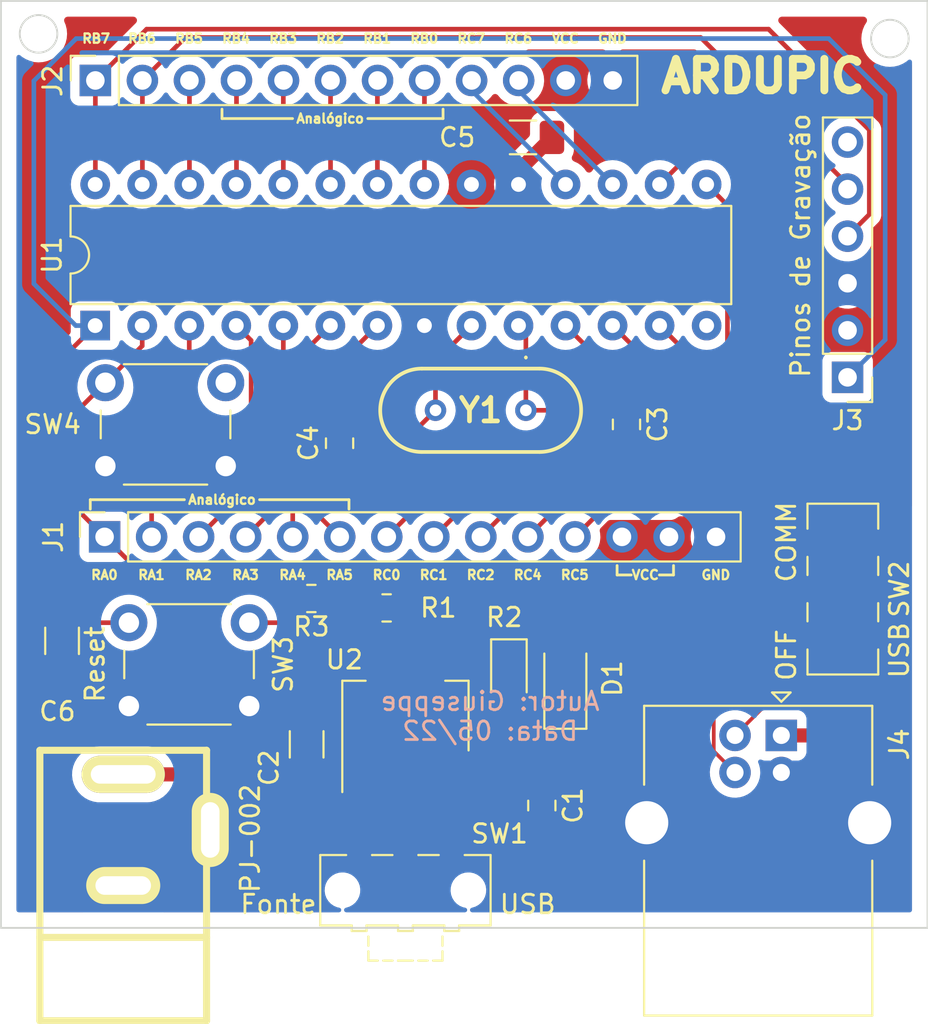
<source format=kicad_pcb>
(kicad_pcb (version 20211014) (generator pcbnew)
  (layers (0 "F.Cu" signal) (31 "B.Cu" signal) (34 "B.Paste" user) (35 "F.Paste" user) (36 "B.SilkS" user "B.Silkscreen") (37 "F.SilkS" user "F.Silkscreen") (38 "B.Mask" user) (39 "F.Mask" user) (44 "Edge.Cuts" user))
  (net 0 "")
  (net 1 "Net-(C1-Pad1)")
  (net 2 "Earth")
  (net 3 "/VCC")
  (net 4 "/RA6")
  (net 5 "/OSC1")
  (net 6 "/MCLR")
  (net 7 "Net-(CON1-Pad1)")
  (net 8 "Net-(D1-Pad2)")
  (net 9 "/RA0")
  (net 10 "/RA1")
  (net 11 "/RA2")
  (net 12 "/RA3")
  (net 13 "/RA4")
  (net 14 "/RA5")
  (net 15 "/RB0")
  (net 16 "/RB1")
  (net 17 "/RB2")
  (net 18 "/RB3")
  (net 19 "/RB4")
  (net 20 "/RC0")
  (net 21 "/RC1")
  (net 22 "/RC2")
  (net 23 "/RC4")
  (net 24 "/RC5")
  (net 25 "/RC6")
  (net 26 "/RC7")
  (net 27 "/RB5")
  (net 28 "/RB6")
  (net 29 "/RB7")
  (net 31 "/Vusb")
  (net 32 "/USBDN")
  (net 33 "/USBDP")
  (footprint "Capacitor_SMD:C_1206_3216Metric_Pad1.33x1.80mm_HandSolder" (layer "F.Cu") (at 111.76 80.01 -90)
    (fp_text reference "C6" (at 3.81 0.254 180) (layer "F.SilkS"))
    (fp_text value "100n")
    (fp_line (start -0.711252 -0.91) (end 0.711252 -0.91) (layer "F.SilkS") (width 0.12))
    (fp_line (start -0.711252 0.91) (end 0.711252 0.91) (layer "F.SilkS") (width 0.12))
    (pad "1" smd roundrect (at -1.5625 0 270) (size 1.325 1.8) (layers "F.Cu" "F.Paste" "F.Mask") (roundrect_rratio 0.188679) (net 6 "/MCLR"))
    (pad "2" smd roundrect (at 1.5625 0 270) (size 1.325 1.8) (layers "F.Cu" "F.Paste" "F.Mask") (roundrect_rratio 0.188679) (net 2 "Earth"))
  )
  (footprint "Connector_PinSocket_2.54mm:PinSocket_1x12_P2.54mm_Vertical" (layer "F.Cu") (at 113.558 49.759 90)
    (fp_text reference "J2" (at -0.025 -2.306 90) (layer "F.SilkS"))
    (fp_text value "PPTC121LFBN–RC")
    (fp_line (start -1.33 29.27) (end 1.33 29.27) (layer "F.SilkS") (width 0.12))
    (fp_line (start 0 -1.33) (end 1.33 -1.33) (layer "F.SilkS") (width 0.12))
    (fp_line (start -1.33 1.27) (end -1.33 29.27) (layer "F.SilkS") (width 0.12))
    (fp_line (start 1.33 -1.33) (end 1.33 0) (layer "F.SilkS") (width 0.12))
    (fp_line (start -1.33 1.27) (end 1.33 1.27) (layer "F.SilkS") (width 0.12))
    (fp_line (start 1.33 1.27) (end 1.33 29.27) (layer "F.SilkS") (width 0.12))
    (pad "1" thru_hole rect (at 0 0 90) (size 1.7 1.7) (drill 1) (layers *.Cu *.Mask) (net 29 "/RB7"))
    (pad "2" thru_hole oval (at 0 2.54 90) (size 1.7 1.7) (drill 1) (layers *.Cu *.Mask) (net 28 "/RB6"))
    (pad "3" thru_hole oval (at 0 5.08 90) (size 1.7 1.7) (drill 1) (layers *.Cu *.Mask) (net 27 "/RB5"))
    (pad "4" thru_hole oval (at 0 7.62 90) (size 1.7 1.7) (drill 1) (layers *.Cu *.Mask) (net 19 "/RB4"))
    (pad "5" thru_hole oval (at 0 10.16 90) (size 1.7 1.7) (drill 1) (layers *.Cu *.Mask) (net 18 "/RB3"))
    (pad "6" thru_hole oval (at 0 12.7 90) (size 1.7 1.7) (drill 1) (layers *.Cu *.Mask) (net 17 "/RB2"))
    (pad "7" thru_hole oval (at 0 15.24 90) (size 1.7 1.7) (drill 1) (layers *.Cu *.Mask) (net 16 "/RB1"))
    (pad "8" thru_hole oval (at 0 17.78 90) (size 1.7 1.7) (drill 1) (layers *.Cu *.Mask) (net 15 "/RB0"))
    (pad "9" thru_hole oval (at 0 20.32 90) (size 1.7 1.7) (drill 1) (layers *.Cu *.Mask) (net 26 "/RC7"))
    (pad "10" thru_hole oval (at 0 22.86 90) (size 1.7 1.7) (drill 1) (layers *.Cu *.Mask) (net 25 "/RC6"))
    (pad "11" thru_hole oval (at 0 25.4 90) (size 1.7 1.7) (drill 1) (layers *.Cu *.Mask) (net 3 "/VCC"))
    (pad "12" thru_hole oval (at 0 27.94 90) (size 1.7 1.7) (drill 1) (layers *.Cu *.Mask) (net 2 "Earth"))
  )
  (footprint "Connector_USB:USB_B_OST_USB-B1HSxx_Horizontal" (layer "F.Cu") (at 150.602 85.1165 -90)
    (fp_text reference "J4" (at 0.4815 -6.37 -90) (layer "F.SilkS"))
    (fp_text value "897–43–004–90–000000")
    (fp_line (start 15.12 7.41) (end 6.76 7.41) (layer "F.SilkS") (width 0.12))
    (fp_line (start -1.6 7.41) (end 2.66 7.41) (layer "F.SilkS") (width 0.12))
    (fp_line (start 15.12 -4.91) (end 15.12 7.41) (layer "F.SilkS") (width 0.12))
    (fp_line (start -2.32 -0.5) (end -2.32 0.5) (layer "F.SilkS") (width 0.12))
    (fp_line (start -1.82 0) (end -2.32 -0.5) (layer "F.SilkS") (width 0.12))
    (fp_line (start 6.76 -4.91) (end 15.12 -4.91) (layer "F.SilkS") (width 0.12))
    (fp_line (start -1.6 -4.91) (end -1.6 7.41) (layer "F.SilkS") (width 0.12))
    (fp_line (start -2.32 0.5) (end -1.82 0) (layer "F.SilkS") (width 0.12))
    (fp_line (start 2.66 -4.91) (end -1.6 -4.91) (layer "F.SilkS") (width 0.12))
    (pad "1" thru_hole rect (at 0 0 270) (size 1.7 1.7) (drill 0.92) (layers *.Cu *.Mask) (net 31 "/Vusb"))
    (pad "2" thru_hole circle (at 0 2.5 270) (size 1.7 1.7) (drill 0.92) (layers *.Cu *.Mask) (net 32 "/USBDN"))
    (pad "3" thru_hole circle (at 2 2.5 270) (size 1.7 1.7) (drill 0.92) (layers *.Cu *.Mask) (net 33 "/USBDP"))
    (pad "4" thru_hole circle (at 2 0 270) (size 1.7 1.7) (drill 0.92) (layers *.Cu *.Mask) (net 2 "Earth"))
    (pad "5" thru_hole circle (at 4.71 7.27 270) (size 3.5 3.5) (drill 2.33) (layers *.Cu *.Mask) (net 2 "Earth"))
    (pad "5" thru_hole circle (at 4.71 -4.77 270) (size 3.5 3.5) (drill 2.33) (layers *.Cu *.Mask) (net 2 "Earth"))
  )
  (footprint "Resistor_SMD:R_0805_2012Metric_Pad1.20x1.40mm_HandSolder" (layer "F.Cu") (at 125.222 77.724)
    (fp_text reference "R3" (at 0 1.524) (layer "F.SilkS"))
    (fp_text value "10k")
    (fp_line (start -0.227064 -0.735) (end 0.227064 -0.735) (layer "F.SilkS") (width 0.12))
    (fp_line (start -0.227064 0.735) (end 0.227064 0.735) (layer "F.SilkS") (width 0.12))
    (pad "1" smd roundrect (at -1 0) (size 1.2 1.4) (layers "F.Cu" "F.Paste" "F.Mask") (roundrect_rratio 0.208333) (net 9 "/RA0"))
    (pad "2" smd roundrect (at 1 0) (size 1.2 1.4) (layers "F.Cu" "F.Paste" "F.Mask") (roundrect_rratio 0.208333) (net 3 "/VCC"))
  )
  (footprint "Connector_PinSocket_2.54mm:PinSocket_1x14_P2.54mm_Vertical" (layer "F.Cu") (at 114.056 74.397 90)
    (fp_text reference "J1" (at 0 -2.77 90) (layer "F.SilkS"))
    (fp_text value "PPTC141LFBN–RC")
    (fp_line (start 1.33 -1.33) (end 1.33 0) (layer "F.SilkS") (width 0.12))
    (fp_line (start -1.33 34.35) (end 1.33 34.35) (layer "F.SilkS") (width 0.12))
    (fp_line (start -1.33 1.27) (end -1.33 34.35) (layer "F.SilkS") (width 0.12))
    (fp_line (start 1.33 1.27) (end 1.33 34.35) (layer "F.SilkS") (width 0.12))
    (fp_line (start 0 -1.33) (end 1.33 -1.33) (layer "F.SilkS") (width 0.12))
    (fp_line (start -1.33 1.27) (end 1.33 1.27) (layer "F.SilkS") (width 0.12))
    (pad "1" thru_hole rect (at 0 0 90) (size 1.7 1.7) (drill 1) (layers *.Cu *.Mask) (net 9 "/RA0"))
    (pad "2" thru_hole oval (at 0 2.54 90) (size 1.7 1.7) (drill 1) (layers *.Cu *.Mask) (net 10 "/RA1"))
    (pad "3" thru_hole oval (at 0 5.08 90) (size 1.7 1.7) (drill 1) (layers *.Cu *.Mask) (net 11 "/RA2"))
    (pad "4" thru_hole oval (at 0 7.62 90) (size 1.7 1.7) (drill 1) (layers *.Cu *.Mask) (net 12 "/RA3"))
    (pad "5" thru_hole oval (at 0 10.16 90) (size 1.7 1.7) (drill 1) (layers *.Cu *.Mask) (net 13 "/RA4"))
    (pad "6" thru_hole oval (at 0 12.7 90) (size 1.7 1.7) (drill 1) (layers *.Cu *.Mask) (net 14 "/RA5"))
    (pad "7" thru_hole oval (at 0 15.24 90) (size 1.7 1.7) (drill 1) (layers *.Cu *.Mask) (net 20 "/RC0"))
    (pad "8" thru_hole oval (at 0 17.78 90) (size 1.7 1.7) (drill 1) (layers *.Cu *.Mask) (net 21 "/RC1"))
    (pad "9" thru_hole oval (at 0 20.32 90) (size 1.7 1.7) (drill 1) (layers *.Cu *.Mask) (net 22 "/RC2"))
    (pad "10" thru_hole oval (at 0 22.86 90) (size 1.7 1.7) (drill 1) (layers *.Cu *.Mask) (net 23 "/RC4"))
    (pad "11" thru_hole oval (at 0 25.4 90) (size 1.7 1.7) (drill 1) (layers *.Cu *.Mask) (net 24 "/RC5"))
    (pad "12" thru_hole oval (at 0 27.94 90) (size 1.7 1.7) (drill 1) (layers *.Cu *.Mask) (net 3 "/VCC"))
    (pad "13" thru_hole oval (at 0 30.48 90) (size 1.7 1.7) (drill 1) (layers *.Cu *.Mask) (net 3 "/VCC"))
    (pad "14" thru_hole oval (at 0 33.02 90) (size 1.7 1.7) (drill 1) (layers *.Cu *.Mask) (net 2 "Earth"))
  )
  (footprint "Button_Switch_SMD:SW_SPDT_CK-JS102011SAQN" (layer "F.Cu") (at 130.302 93.472)
    (fp_text reference "SW1" (at 5.08 -3.048 180) (layer "F.SilkS"))
    (fp_text value "SW_SPDT")
    (fp_line (start 4.6 -1.9) (end 4.6 1.9) (layer "F.SilkS") (width 0.12))
    (fp_line (start 2.1 2.2) (end 2.1 1.9) (layer "F.SilkS") (width 0.12))
    (fp_line (start 1.2 3.8) (end 0.7 3.8) (layer "F.SilkS") (width 0.12))
    (fp_line (start 0.7 3.8) (end 0.7 3.8) (layer "F.SilkS") (width 0.12))
    (fp_line (start 2 3) (end 2 2.5) (layer "F.SilkS") (width 0.12))
    (fp_line (start 2.9 1.9) (end 2.9 2.2) (layer "F.SilkS") (width 0.12))
    (fp_line (start 2 3.8) (end 1.5 3.8) (layer "F.SilkS") (width 0.12))
    (fp_line (start 2 2.5) (end 2 2.5) (layer "F.SilkS") (width 0.12))
    (fp_line (start 2 3.8) (end 2 3.3) (layer "F.SilkS") (width 0.12))
    (fp_line (start 2 3.3) (end 2 3.3) (layer "F.SilkS") (width 0.12))
    (fp_line (start -4.6 1.9) (end -4.6 1.9) (layer "F.SilkS") (width 0.12))
    (fp_line (start 0.4 2.2) (end -0.4 2.2) (layer "F.SilkS") (width 0.12))
    (fp_line (start 3.2 -1.9) (end 4.6 -1.9) (layer "F.SilkS") (width 0.12))
    (fp_line (start -0.4 1.9) (end -2.1 1.9) (layer "F.SilkS") (width 0.12))
    (fp_line (start -2.9 2.2) (end -2.9 1.9) (layer "F.SilkS") (width 0.12))
    (fp_line (start -1.2 3.8) (end -0.7 3.8) (layer "F.SilkS") (width 0.12))
    (fp_line (start -2 2.5) (end -2 2.5) (layer "F.SilkS") (width 0.12))
    (fp_line (start 1.5 3.8) (end 1.5 3.8) (layer "F.SilkS") (width 0.12))
    (fp_line (start -2 3) (end -2 2.5) (layer "F.SilkS") (width 0.12))
    (fp_line (start -2 3.8) (end -2 3.3) (layer "F.SilkS") (width 0.12))
    (fp_line (start -0.4 3.8) (end -0.4 3.8) (layer "F.SilkS") (width 0.12))
    (fp_line (start -2.1 2.2) (end -2.9 2.2) (layer "F.SilkS") (width 0.12))
    (fp_line (start -2.9 1.9) (end -4.6 1.9) (layer "F.SilkS") (width 0.12))
    (fp_line (start -4.6 -1.9) (end -3.2 -1.9) (layer "F.SilkS") (width 0.12))
    (fp_line (start -0.4 2.2) (end -0.4 1.9) (layer "F.SilkS") (width 0.12))
    (fp_line (start -2.1 1.9) (end -2.1 2.2) (layer "F.SilkS") (width 0.12))
    (fp_line (start 2.9 2.2) (end 2.1 2.2) (layer "F.SilkS") (width 0.12))
    (fp_line (start 0.7 -1.9) (end 0.7 -1.9) (layer "F.SilkS") (width 0.12))
    (fp_line (start -2 3.8) (end -1.5 3.8) (layer "F.SilkS") (width 0.12))
    (fp_line (start 1.8 -1.9) (end 0.7 -1.9) (layer "F.SilkS") (width 0.12))
    (fp_line (start -0.7 -1.9) (end -1.8 -1.9) (layer "F.SilkS") (width 0.12))
    (fp_line (start -4.6 1.9) (end -4.6 -1.9) (layer "F.SilkS") (width 0.12))
    (fp_line (start 2.1 1.9) (end 0.4 1.9) (layer "F.SilkS") (width 0.12))
    (fp_line (start -2 3.3) (end -2 3.3) (layer "F.SilkS") (width 0.12))
    (fp_line (start -1.5 3.8) (end -1.5 3.8) (layer "F.SilkS") (width 0.12))
    (fp_line (start 4.6 1.9) (end 2.9 1.9) (layer "F.SilkS") (width 0.12))
    (fp_line (start -0.7 3.8) (end -0.7 3.8) (layer "F.SilkS") (width 0.12))
    (fp_line (start -1.8 -1.9) (end -1.8 -1.9) (layer "F.SilkS") (width 0.12))
    (fp_line (start 0.4 1.9) (end 0.4 2.2) (layer "F.SilkS") (width 0.12))
    (fp_line (start 0.4 3.8) (end -0.4 3.8) (layer "F.SilkS") (width 0.12))
    (pad "" np_thru_hole circle (at -3.4 0) (size 0.9 0.9) (drill 0.9) (layers *.Cu *.Mask))
    (pad "" np_thru_hole circle (at 3.4 0) (size 0.9 0.9) (drill 0.9) (layers *.Cu *.Mask))
    (pad "1" smd rect (at -2.5 -2.75) (size 1.25 2.5) (layers "F.Cu" "F.Paste" "F.Mask") (net 7 "Net-(CON1-Pad1)"))
    (pad "2" smd rect (at 0 -2.75) (size 1.25 2.5) (layers "F.Cu" "F.Paste" "F.Mask") (net 1 "Net-(C1-Pad1)"))
    (pad "3" smd rect (at 2.5 -2.75) (size 1.25 2.5) (layers "F.Cu" "F.Paste" "F.Mask") (net 31 "/Vusb"))
  )
  (footprint "Capacitor_SMD:C_0805_2012Metric_Pad1.18x1.45mm_HandSolder" (layer "F.Cu") (at 137.668 88.9 -90)
    (fp_text reference "C1" (at 0 -1.68 90) (layer "F.SilkS"))
    (fp_text value "100n")
    (fp_line (start -0.261252 0.735) (end 0.261252 0.735) (layer "F.SilkS") (width 0.12))
    (fp_line (start -0.261252 -0.735) (end 0.261252 -0.735) (layer "F.SilkS") (width 0.12))
    (pad "1" smd roundrect (at -1.0375 0 270) (size 1.175 1.45) (layers "F.Cu" "F.Paste" "F.Mask") (roundrect_rratio 0.212766) (net 1 "Net-(C1-Pad1)"))
    (pad "2" smd roundrect (at 1.0375 0 270) (size 1.175 1.45) (layers "F.Cu" "F.Paste" "F.Mask") (roundrect_rratio 0.212766) (net 2 "Earth"))
  )
  (footprint "Button_Switch_THT:SW_PUSH_6mm" (layer "F.Cu") (at 120.598 70.576 180)
    (fp_text reference "SW4" (at 9.346 2.25) (layer "F.SilkS"))
    (fp_text value "1825910-6")
    (fp_line (start 6.75 3) (end 6.75 1.5) (layer "F.SilkS") (width 0.12))
    (fp_line (start 1 5.5) (end 5.5 5.5) (layer "F.SilkS") (width 0.12))
    (fp_line (start 5.5 -1) (end 1 -1) (layer "F.SilkS") (width 0.12))
    (fp_line (start -0.25 1.5) (end -0.25 3) (layer "F.SilkS") (width 0.12))
    (pad "1" thru_hole circle (at 6.5 0 270) (size 2 2) (drill 1.1) (layers *.Cu *.Mask) (net 2 "Earth"))
    (pad "1" thru_hole circle (at 0 0 270) (size 2 2) (drill 1.1) (layers *.Cu *.Mask) (net 2 "Earth"))
    (pad "2" thru_hole circle (at 0 4.5 270) (size 2 2) (drill 1.1) (layers *.Cu *.Mask) (net 9 "/RA0"))
    (pad "2" thru_hole circle (at 6.5 4.5 270) (size 2 2) (drill 1.1) (layers *.Cu *.Mask) (net 9 "/RA0"))
  )
  (footprint "Package_TO_SOT_SMD:SOT-223-3_TabPin2" (layer "F.Cu") (at 130.302 84.074 90)
    (fp_text reference "U2" (at 3.048 -3.302 180) (layer "F.SilkS"))
    (fp_text value "LD1117S50TR_SOT223")
    (fp_line (start 1.91 -3.41) (end 1.91 -2.15) (layer "F.SilkS") (width 0.12))
    (fp_line (start -4.1 -3.41) (end 1.91 -3.41) (layer "F.SilkS") (width 0.12))
    (fp_line (start -1.85 3.41) (end 1.91 3.41) (layer "F.SilkS") (width 0.12))
    (fp_line (start 1.91 3.41) (end 1.91 2.15) (layer "F.SilkS") (width 0.12))
    (pad "1" smd rect (at -3.15 -2.3 90) (size 2 1.5) (layers "F.Cu" "F.Paste" "F.Mask") (net 2 "Earth"))
    (pad "2" smd rect (at 3.15 0 90) (size 2 3.8) (layers "F.Cu" "F.Paste" "F.Mask") (net 3 "/VCC"))
    (pad "2" smd rect (at -3.15 0 90) (size 2 1.5) (layers "F.Cu" "F.Paste" "F.Mask") (net 3 "/VCC"))
    (pad "3" smd rect (at -3.15 2.3 90) (size 2 1.5) (layers "F.Cu" "F.Paste" "F.Mask") (net 1 "Net-(C1-Pad1)"))
  )
  (footprint "Capacitor_SMD:C_0805_2012Metric_Pad1.18x1.45mm_HandSolder" (layer "F.Cu") (at 126.746 69.342 90)
    (fp_text reference "C4" (at 0 -1.68 90) (layer "F.SilkS"))
    (fp_text value "15p")
    (fp_line (start -0.261252 -0.735) (end 0.261252 -0.735) (layer "F.SilkS") (width 0.12))
    (fp_line (start -0.261252 0.735) (end 0.261252 0.735) (layer "F.SilkS") (width 0.12))
    (pad "1" smd roundrect (at -1.0375 0 90) (size 1.175 1.45) (layers "F.Cu" "F.Paste" "F.Mask") (roundrect_rratio 0.212766) (net 5 "/OSC1"))
    (pad "2" smd roundrect (at 1.0375 0 90) (size 1.175 1.45) (layers "F.Cu" "F.Paste" "F.Mask") (roundrect_rratio 0.212766) (net 2 "Earth"))
  )
  (footprint "Button_Switch_THT:SW_PUSH_6mm" (layer "F.Cu") (at 115.368 79.03)
    (fp_text reference "SW3" (at 8.33 2.25 90) (layer "F.SilkS"))
    (fp_text value "1825910-6")
    (fp_line (start 5.5 -1) (end 1 -1) (layer "F.SilkS") (width 0.12))
    (fp_line (start 6.75 3) (end 6.75 1.5) (layer "F.SilkS") (width 0.12))
    (fp_line (start 1 5.5) (end 5.5 5.5) (layer "F.SilkS") (width 0.12))
    (fp_line (start -0.25 1.5) (end -0.25 3) (layer "F.SilkS") (width 0.12))
    (pad "1" thru_hole circle (at 6.5 0 90) (size 2 2) (drill 1.1) (layers *.Cu *.Mask) (net 6 "/MCLR"))
    (pad "1" thru_hole circle (at 0 0 90) (size 2 2) (drill 1.1) (layers *.Cu *.Mask) (net 6 "/MCLR"))
    (pad "2" thru_hole circle (at 0 4.5 90) (size 2 2) (drill 1.1) (layers *.Cu *.Mask) (net 2 "Earth"))
    (pad "2" thru_hole circle (at 6.5 4.5 90) (size 2 2) (drill 1.1) (layers *.Cu *.Mask) (net 2 "Earth"))
  )
  (footprint "Capacitor_SMD:C_0805_2012Metric_Pad1.18x1.45mm_HandSolder" (layer "F.Cu") (at 142.24 68.326 -90)
    (fp_text reference "C3" (at 0 -1.68 90) (layer "F.SilkS"))
    (fp_text value "15p")
    (fp_line (start -0.261252 -0.735) (end 0.261252 -0.735) (layer "F.SilkS") (width 0.12))
    (fp_line (start -0.261252 0.735) (end 0.261252 0.735) (layer "F.SilkS") (width 0.12))
    (pad "1" smd roundrect (at -1.0375 0 270) (size 1.175 1.45) (layers "F.Cu" "F.Paste" "F.Mask") (roundrect_rratio 0.212766) (net 4 "/RA6"))
    (pad "2" smd roundrect (at 1.0375 0 270) (size 1.175 1.45) (layers "F.Cu" "F.Paste" "F.Mask") (roundrect_rratio 0.212766) (net 2 "Earth"))
  )
  (footprint "Capacitor_SMD:C_1206_3216Metric_Pad1.33x1.80mm_HandSolder" (layer "F.Cu") (at 124.968 85.598 -90)
    (fp_text reference "C2" (at 1.27 2.032 90) (layer "F.SilkS"))
    (fp_text value "10u")
    (fp_line (start -0.711252 0.91) (end 0.711252 0.91) (layer "F.SilkS") (width 0.12))
    (fp_line (start -0.711252 -0.91) (end 0.711252 -0.91) (layer "F.SilkS") (width 0.12))
    (pad "1" smd roundrect (at -1.5625 0 270) (size 1.325 1.8) (layers "F.Cu" "F.Paste" "F.Mask") (roundrect_rratio 0.188679) (net 3 "/VCC"))
    (pad "2" smd roundrect (at 1.5625 0 270) (size 1.325 1.8) (layers "F.Cu" "F.Paste" "F.Mask") (roundrect_rratio 0.188679) (net 2 "Earth"))
  )
  (footprint "PBLE01:ATS20A" (layer "F.Cu") (at 136.806 67.564 180)
    (fp_text reference "Y1" (at 2.44 0) (layer "F.SilkS") (effects (font (size 1.27 1.27) (thickness 0.254))))
    (fp_text value "ATS20A" hide)
    (fp_line (start 5.615 -2.25) (end -0.735 -2.25) (layer "F.SilkS") (width 0.2))
    (fp_line (start -0.735 2.25) (end 5.615 2.25) (layer "F.SilkS") (width 0.2))
    (fp_line (start 0 2.9) (end 0 2.9) (layer "F.SilkS") (width 0.1))
    (fp_line (start -0.735 -2.25) (end -0.735 -2.25) (layer "F.SilkS") (width 0.2))
    (fp_line (start 5.615 2.25) (end 5.615 2.25) (layer "F.SilkS") (width 0.2))
    (fp_line (start 0 2.8) (end 0 2.8) (layer "F.SilkS") (width 0.1))
    (fp_arc (start 0 2.8) (mid 0.05 2.85) (end 0 2.9) (layer "F.SilkS") (width 0.1))
    (fp_arc (start 0 2.9) (mid -0.05 2.85) (end 0 2.8) (layer "F.SilkS") (width 0.1))
    (fp_arc (start -0.735 2.25) (mid -2.985 0) (end -0.735 -2.25) (layer "F.SilkS") (width 0.2))
    (fp_arc (start 5.615 -2.25) (mid 7.865 0) (end 5.615 2.25) (layer "F.SilkS") (width 0.2))
    (pad "1" thru_hole circle (at 0 0 180) (size 1.155 1.155) (drill 0.63) (layers *.Cu *.Mask) (net 4 "/RA6"))
    (pad "2" thru_hole circle (at 4.88 0 180) (size 1.155 1.155) (drill 0.63) (layers *.Cu *.Mask) (net 5 "/OSC1"))
  )
  (footprint "Button_Switch_SMD:SW_DPDT_CK_JS202011JCQN" (layer "F.Cu") (at 153.924 77.216 -90)
    (fp_text reference "SW2" (at 0 -3.05 90) (layer "F.SilkS"))
    (fp_text value "SW_DPDT_x2")
    (fp_line (start -3.26 -1.91) (end -4.61 -1.91) (layer "F.SilkS") (width 0.12))
    (fp_line (start 1.74 1.91) (end 0.76 1.91) (layer "F.SilkS") (width 0.12))
    (fp_line (start 4.61 -1.91) (end 4.61 1.91) (layer "F.SilkS") (width 0.12))
    (fp_line (start 1.74 -1.91) (end 0.76 -1.91) (layer "F.SilkS") (width 0.12))
    (fp_line (start -0.76 -1.91) (end -1.74 -1.91) (layer "F.SilkS") (width 0.12))
    (fp_line (start 4.61 1.91) (end 3.26 1.91) (layer "F.SilkS") (width 0.12))
    (fp_line (start -0.76 1.91) (end -1.74 1.91) (layer "F.SilkS") (width 0.12))
    (fp_line (start -4.61 -1.91) (end -4.61 1.91) (layer "F.SilkS") (width 0.12))
    (fp_line (start -4.61 1.91) (end -3.26 1.91) (layer "F.SilkS") (width 0.12))
    (fp_line (start 4.61 -1.91) (end 3.26 -1.91) (layer "F.SilkS") (width 0.12))
    (pad "1" smd rect (at -2.5 -1.2 270) (size 1 1.6) (layers "F.Cu" "F.Paste" "F.Mask") (net 23 "/RC4"))
    (pad "2" smd rect (at 0 -1.2 270) (size 1 1.6) (layers "F.Cu" "F.Paste" "F.Mask") (net 32 "/USBDN"))
    (pad "3" smd rect (at 2.5 -1.2 270) (size 1 1.6) (layers "F.Cu" "F.Paste" "F.Mask"))
    (pad "4" smd rect (at -2.5 1.2 270) (size 1 1.6) (layers "F.Cu" "F.Paste" "F.Mask") (net 24 "/RC5"))
    (pad "5" smd rect (at 0 1.2 270) (size 1 1.6) (layers "F.Cu" "F.Paste" "F.Mask") (net 33 "/USBDP"))
    (pad "6" smd rect (at 2.5 1.2 270) (size 1 1.6) (layers "F.Cu" "F.Paste" "F.Mask"))
  )
  (footprint "Capacitor_SMD:C_1206_3216Metric_Pad1.33x1.80mm_HandSolder" (layer "F.Cu") (at 136.652 52.832)
    (fp_text reference "C5" (at -3.556 0) (layer "F.SilkS"))
    (fp_text value "100n")
    (fp_line (start -0.711252 -0.91) (end 0.711252 -0.91) (layer "F.SilkS") (width 0.12))
    (fp_line (start -0.711252 0.91) (end 0.711252 0.91) (layer "F.SilkS") (width 0.12))
    (pad "1" smd roundrect (at -1.5625 0) (size 1.325 1.8) (layers "F.Cu" "F.Paste" "F.Mask") (roundrect_rratio 0.188679) (net 3 "/VCC"))
    (pad "2" smd roundrect (at 1.5625 0) (size 1.325 1.8) (layers "F.Cu" "F.Paste" "F.Mask") (roundrect_rratio 0.188679) (net 2 "Earth"))
  )
  (footprint "LED_SMD:LED_1206_3216Metric_Pad1.42x1.75mm_HandSolder" (layer "F.Cu") (at 138.938 82.296 90)
    (fp_text reference "D1" (at 0.254 2.54 90) (layer "F.SilkS"))
    (fp_text value "LTST–C150GKT")
    (fp_line (start -2.46 -1.135) (end -2.46 1.135) (layer "F.SilkS") (width 0.12))
    (fp_line (start 1.6 -1.135) (end -2.46 -1.135) (layer "F.SilkS") (width 0.12))
    (fp_line (start -2.46 1.135) (end 1.6 1.135) (layer "F.SilkS") (width 0.12))
    (pad "1" smd roundrect (at -1.4875 0 90) (size 1.425 1.75) (layers "F.Cu" "F.Paste" "F.Mask") (roundrect_rratio 0.175439) (net 2 "Earth"))
    (pad "2" smd roundrect (at 1.4875 0 90) (size 1.425 1.75) (layers "F.Cu" "F.Paste" "F.Mask") (roundrect_rratio 0.175439) (net 8 "Net-(D1-Pad2)"))
  )
  (footprint "Resistor_SMD:R_0805_2012Metric_Pad1.20x1.40mm_HandSolder" (layer "F.Cu") (at 129.286 78.232)
    (fp_text reference "R1" (at 2.794 0) (layer "F.SilkS"))
    (fp_text value "10k")
    (fp_line (start -0.227064 0.735) (end 0.227064 0.735) (layer "F.SilkS") (width 0.12))
    (fp_line (start -0.227064 -0.735) (end 0.227064 -0.735) (layer "F.SilkS") (width 0.12))
    (pad "1" smd roundrect (at -1 0) (size 1.2 1.4) (layers "F.Cu" "F.Paste" "F.Mask") (roundrect_rratio 0.208333) (net 6 "/MCLR"))
    (pad "2" smd roundrect (at 1 0) (size 1.2 1.4) (layers "F.Cu" "F.Paste" "F.Mask") (roundrect_rratio 0.208333) (net 3 "/VCC"))
  )
  (footprint "Connector_PinHeader_2.54mm:PinHeader_1x06_P2.54mm_Vertical" (layer "F.Cu") (at 154.178 65.786 180)
    (fp_text reference "J3" (at 0 -2.33) (layer "F.SilkS"))
    (fp_text value "3-644456-6")
    (fp_line (start -1.33 0) (end -1.33 -1.33) (layer "F.SilkS") (width 0.12))
    (fp_line (start -1.33 1.27) (end -1.33 14.03) (layer "F.SilkS") (width 0.12))
    (fp_line (start 1.33 1.27) (end 1.33 14.03) (layer "F.SilkS") (width 0.12))
    (fp_line (start -1.33 -1.33) (end 0 -1.33) (layer "F.SilkS") (width 0.12))
    (fp_line (start -1.33 1.27) (end 1.33 1.27) (layer "F.SilkS") (width 0.12))
    (fp_line (start -1.33 14.03) (end 1.33 14.03) (layer "F.SilkS") (width 0.12))
    (pad "1" thru_hole rect (at 0 0 180) (size 1.7 1.7) (drill 1) (layers *.Cu *.Mask) (net 6 "/MCLR"))
    (pad "2" thru_hole oval (at 0 2.54 180) (size 1.7 1.7) (drill 1) (layers *.Cu *.Mask) (net 3 "/VCC"))
    (pad "3" thru_hole oval (at 0 5.08 180) (size 1.7 1.7) (drill 1) (layers *.Cu *.Mask) (net 2 "Earth"))
    (pad "4" thru_hole oval (at 0 7.62 180) (size 1.7 1.7) (drill 1) (layers *.Cu *.Mask) (net 29 "/RB7"))
    (pad "5" thru_hole oval (at 0 10.16 180) (size 1.7 1.7) (drill 1) (layers *.Cu *.Mask) (net 28 "/RB6"))
    (pad "6" thru_hole oval (at 0 12.7 180) (size 1.7 1.7) (drill 1) (layers *.Cu *.Mask))
  )
  (footprint "PBLE01:PJ-002" (layer "F.Cu") (at 115.062 93.218)
    (fp_text reference "PJ-002" (at 6.858 -2.54 270) (layer "F.SilkS"))
    (fp_text value "PJ-002" hide)
    (fp_line (start -4.50088 -7.29996) (end -4.50088 7.29996) (layer "F.SilkS") (width 0.381))
    (fp_line (start -4.50088 2.79908) (end 4.50088 2.79908) (layer "F.SilkS") (width 0.381))
    (fp_line (start 4.50088 -7.29996) (end -4.50088 -7.29996) (layer "F.SilkS") (width 0.381))
    (fp_line (start -4.50088 7.29996) (end 4.50088 7.29996) (layer "F.SilkS") (width 0.381))
    (fp_line (start 4.50088 7.29996) (end 4.50088 -7.29996) (layer "F.SilkS") (width 0.381))
    (pad "1" thru_hole oval (at 0 -6) (size 4.50088 1.99898) (drill oval 3.500119 1.00076) (layers *.Cu *.Mask "F.SilkS") (net 7 "Net-(CON1-Pad1)"))
    (pad "2" thru_hole oval (at 0 0) (size 4.0005 1.99898) (drill oval 2.99974 1.00076) (layers *.Cu *.Mask "F.SilkS") (net 2 "Earth"))
    (pad "3" thru_hole oval (at 4.7 -3) (size 1.99898 4.0005) (drill oval 1.00076 2.99974) (layers *.Cu *.Mask "F.SilkS") (net 2 "Earth"))
  )
  (footprint "LED_SMD:LED_0805_2012Metric_Pad1.15x1.40mm_HandSolder" (layer "F.Cu") (at 135.89 81.788 -90)
    (fp_text reference "R2" (at -3.048 0.254 180) (layer "F.SilkS"))
    (fp_text value "2.2k")
    (fp_line (start 1 -0.96) (end -1.86 -0.96) (layer "F.SilkS") (width 0.12))
    (fp_line (start -1.86 0.96) (end 1 0.96) (layer "F.SilkS") (width 0.12))
    (fp_line (start -1.86 -0.96) (end -1.86 0.96) (layer "F.SilkS") (width 0.12))
    (pad "1" smd roundrect (at -1.025 0 270) (size 1.15 1.4) (layers "F.Cu" "F.Paste" "F.Mask") (roundrect_rratio 0.217391) (net 3 "/VCC"))
    (pad "2" smd roundrect (at 1.025 0 270) (size 1.15 1.4) (layers "F.Cu" "F.Paste" "F.Mask") (roundrect_rratio 0.217391) (net 8 "Net-(D1-Pad2)"))
  )
  (footprint "Package_DIP:DIP-28_W7.62mm" (layer "F.Cu") (at 113.548 62.992 90)
    (fp_text reference "U1" (at 3.81 -2.33 90) (layer "F.SilkS"))
    (fp_text value "PIC18F2550-ISP")
    (fp_line (start 1.16 -1.33) (end 1.16 34.35) (layer "F.SilkS") (width 0.12))
    (fp_line (start 6.46 -1.33) (end 4.81 -1.33) (layer "F.SilkS") (width 0.12))
    (fp_line (start 6.46 34.35) (end 6.46 -1.33) (layer "F.SilkS") (width 0.12))
    (fp_line (start 1.16 34.35) (end 6.46 34.35) (layer "F.SilkS") (width 0.12))
    (fp_line (start 2.81 -1.33) (end 1.16 -1.33) (layer "F.SilkS") (width 0.12))
    (fp_arc (start 4.81 -1.33) (mid 3.81 -0.33) (end 2.81 -1.33) (layer "F.SilkS") (width 0.12))
    (pad "1" thru_hole rect (at 0 0 90) (size 1.6 1.6) (drill 0.8) (layers *.Cu *.Mask) (net 6 "/MCLR"))
    (pad "2" thru_hole oval (at 0 2.54 90) (size 1.6 1.6) (drill 0.8) (layers *.Cu *.Mask) (net 9 "/RA0"))
    (pad "3" thru_hole oval (at 0 5.08 90) (size 1.6 1.6) (drill 0.8) (layers *.Cu *.Mask) (net 10 "/RA1"))
    (pad "4" thru_hole oval (at 0 7.62 90) (size 1.6 1.6) (drill 0.8) (layers *.Cu *.Mask) (net 11 "/RA2"))
    (pad "5" thru_hole oval (at 0 10.16 90) (size 1.6 1.6) (drill 0.8) (layers *.Cu *.Mask) (net 12 "/RA3"))
    (pad "6" thru_hole oval (at 0 12.7 90) (size 1.6 1.6) (drill 0.8) (layers *.Cu *.Mask) (net 13 "/RA4"))
    (pad "7" thru_hole oval (at 0 15.24 90) (size 1.6 1.6) (drill 0.8) (layers *.Cu *.Mask) (net 14 "/RA5"))
    (pad "8" thru_hole oval (at 0 17.78 90) (size 1.6 1.6) (drill 0.8) (layers *.Cu *.Mask) (net 2 "Earth"))
    (pad "9" thru_hole oval (at 0 20.32 90) (size 1.6 1.6) (drill 0.8) (layers *.Cu *.Mask) (net 5 "/OSC1"))
    (pad "10" thru_hole oval (at 0 22.86 90) (size 1.6 1.6) (drill 0.8) (layers *.Cu *.Mask) (net 4 "/RA6"))
    (pad "11" thru_hole oval (at 0 25.4 90) (size 1.6 1.6) (drill 0.8) (layers *.Cu *.Mask) (net 20 "/RC0"))
    (pad "12" thru_hole oval (at 0 27.94 90) (size 1.6 1.6) (drill 0.8) (layers *.Cu *.Mask) (net 21 "/RC1"))
    (pad "13" thru_hole oval (at 0 30.48 90) (size 1.6 1.6) (drill 0.8) (layers *.Cu *.Mask) (net 22 "/RC2"))
    (pad "14" thru_hole oval (at 0 33.02 90) (size 1.6 1.6) (drill 0.8) (layers *.Cu *.Mask))
    (pad "15" thru_hole oval (at 7.62 33.02 90) (size 1.6 1.6) (drill 0.8) (layers *.Cu *.Mask) (net 23 "/RC4"))
    (pad "16" thru_hole oval (at 7.62 30.48 90) (size 1.6 1.6) (drill 0.8) (layers *.Cu *.Mask) (net 24 "/RC5"))
    (pad "17" thru_hole oval (at 7.62 27.94 90) (size 1.6 1.6) (drill 0.8) (layers *.Cu *.Mask) (net 25 "/RC6"))
    (pad "18" thru_hole oval (at 7.62 25.4 90) (size 1.6 1.6) (drill 0.8) (layers *.Cu *.Mask) (net 26 "/RC7"))
    (pad "19" thru_hole oval (at 7.62 22.86 90) (size 1.6 1.6) (drill 0.8) (layers *.Cu *.Mask) (net 2 "Earth"))
    (pad "20" thru_hole oval (at 7.62 20.32 90) (size 1.6 1.6) (drill 0.8) (layers *.Cu *.Mask) (net 3 "/VCC"))
    (pad "21" thru_hole oval (at 7.62 17.78 90) (size 1.6 1.6) (drill 0.8) (layers *.Cu *.Mask) (net 15 "/RB0"))
    (pad "22" thru_hole oval (at 7.62 15.24 90) (size 1.6 1.6) (drill 0.8) (layers *.Cu *.Mask) (net 16 "/RB1"))
    (pad "23" thru_hole oval (at 7.62 12.7 90) (size 1.6 1.6) (drill 0.8) (layers *.Cu *.Mask) (net 17 "/RB2"))
    (pad "24" thru_hole oval (at 7.62 10.16 90) (size 1.6 1.6) (drill 0.8) (layers *.Cu *.Mask) (net 18 "/RB3"))
    (pad "25" thru_hole oval (at 7.62 7.62 90) (size 1.6 1.6) (drill 0.8) (layers *.Cu *.Mask) (net 19 "/RB4"))
    (pad "26" thru_hole oval (at 7.62 5.08 90) (size 1.6 1.6) (drill 0.8) (layers *.Cu *.Mask) (net 27 "/RB5"))
    (pad "27" thru_hole oval (at 7.62 2.54 90) (size 1.6 1.6) (drill 0.8) (layers *.Cu *.Mask) (net 28 "/RB6"))
    (pad "28" thru_hole oval (at 7.62 0 90) (size 1.6 1.6) (drill 0.8) (layers *.Cu *.Mask) (net 29 "/RB7"))
  )
  (gr_line (start 127.254 72.39) (end 127.254 72.898) (layer "F.SilkS") (width 0.15))
  (gr_line (start 113.284 72.898) (end 113.284 72.39) (layer "F.SilkS") (width 0.15))
  (gr_line (start 144.018 76.454) (end 144.78 76.454) (layer "F.SilkS") (width 0.15))
  (gr_line (start 120.396 51.816) (end 120.396 51.308) (layer "F.SilkS") (width 0.15))
  (gr_line (start 122.428 72.39) (end 127.254 72.39) (layer "F.SilkS") (width 0.15))
  (gr_line (start 132.334 51.816) (end 128.27 51.816) (layer "F.SilkS") (width 0.15))
  (gr_line (start 142.494 76.454) (end 141.732 76.454) (layer "F.SilkS") (width 0.15))
  (gr_line (start 132.334 51.308) (end 132.334 51.816) (layer "F.SilkS") (width 0.15))
  (gr_line (start 141.732 76.454) (end 141.732 75.946) (layer "F.SilkS") (width 0.15))
  (gr_line (start 113.284 72.39) (end 118.364 72.39) (layer "F.SilkS") (width 0.15))
  (gr_line (start 144.78 76.454) (end 144.78 75.946) (layer "F.SilkS") (width 0.15))
  (gr_line (start 124.206 51.816) (end 120.396 51.816) (layer "F.SilkS") (width 0.15))
  (gr_circle (center 156.464 47.498) (end 155.448 47.498) (layer "Edge.Cuts") (width 0.1) (fill none))
  (gr_circle (center 110.49 47.244) (end 109.474 47.244) (layer "Edge.Cuts") (width 0.1) (fill none))
  (gr_rect (start 108.458 45.466) (end 158.496 95.504) (layer "Edge.Cuts") (width 0.1) (fill none))
  (gr_text "Autor: Giuseppe\nData: 05/22" (at 134.874 84.074) (layer "B.SilkS") (effects (font (size 1 1)) (justify mirror)))
  (gr_text "RA5" (at 126.746 76.454) (layer "F.SilkS") (effects (font (size 0.5 0.5) (thickness 0.125))))
  (gr_text "RB7" (at 113.599275 47.498) (layer "F.SilkS") (effects (font (size 0.5 0.5) (thickness 0.125))))
  (gr_text "RA2\n" (at 119.126 76.454) (layer "F.SilkS") (effects (font (size 0.5 0.5) (thickness 0.125))))
  (gr_text "VCC\n" (at 143.256 76.454) (layer "F.SilkS") (effects (font (size 0.5 0.5) (thickness 0.125))))
  (gr_text "GND" (at 147.066 76.454) (layer "F.SilkS") (effects (font (size 0.5 0.5) (thickness 0.125))))
  (gr_text "RA3\n" (at 121.666 76.454) (layer "F.SilkS") (effects (font (size 0.5 0.5) (thickness 0.125))))
  (gr_text "RC5" (at 139.446 76.454) (layer "F.SilkS") (effects (font (size 0.5 0.5) (thickness 0.125))))
  (gr_text "RC1" (at 131.826 76.454) (layer "F.SilkS") (effects (font (size 0.5 0.5) (thickness 0.125))))
  (gr_text "Analógico" (at 126.238 51.816) (layer "F.SilkS") (effects (font (size 0.5 0.5) (thickness 0.125))))
  (gr_text "RC7\n" (at 133.858 47.498) (layer "F.SilkS") (effects (font (size 0.5 0.5) (thickness 0.125))))
  (gr_text "GND" (at 141.478 47.498) (layer "F.SilkS") (effects (font (size 0.5 0.5) (thickness 0.125))))
  (gr_text "RB1\n" (at 128.778 47.498) (layer "F.SilkS") (effects (font (size 0.5 0.5) (thickness 0.125))))
  (gr_text "RB3\n" (at 123.698 47.498) (layer "F.SilkS") (effects (font (size 0.5 0.5) (thickness 0.125))))
  (gr_text "USB" (at 136.906 94.234) (layer "F.SilkS") (effects (font (size 1 1))))
  (gr_text "RA1\n" (at 116.586 76.454) (layer "F.SilkS") (effects (font (size 0.5 0.5) (thickness 0.125))))
  (gr_text "Pinos de Gravação" (at 151.638 58.674 90) (layer "F.SilkS") (effects (font (size 1 1))))
  (gr_text "ARDUPIC" (at 149.606 49.53) (layer "F.SilkS") (effects (font (size 1.7 1.7) (thickness 0.425))))
  (gr_text "RB2\n" (at 126.238 47.498) (layer "F.SilkS") (effects (font (size 0.5 0.5) (thickness 0.125))))
  (gr_text "OFF" (at 150.876 80.772 90) (layer "F.SilkS") (effects (font (size 1 1))))
  (gr_text "Analógico" (at 120.396 72.39) (layer "F.SilkS") (effects (font (size 0.5 0.5) (thickness 0.125))))
  (gr_text "RC0" (at 129.286 76.454) (layer "F.SilkS") (effects (font (size 0.5 0.5) (thickness 0.125))))
  (gr_text "RB0\n" (at 131.318 47.498) (layer "F.SilkS") (effects (font (size 0.5 0.5) (thickness 0.125))))
  (gr_text "RC2" (at 134.366 76.454) (layer "F.SilkS") (effects (font (size 0.5 0.5) (thickness 0.125))))
  (gr_text "Fonte" (at 123.444 94.234) (layer "F.SilkS") (effects (font (size 1 1))))
  (gr_text "USB" (at 156.972 80.518 90) (layer "F.SilkS") (effects (font (size 1 1))))
  (gr_text "RB4\n" (at 121.158 47.498) (layer "F.SilkS") (effects (font (size 0.5 0.5) (thickness 0.125))))
  (gr_text "RC4" (at 136.906 76.454) (layer "F.SilkS") (effects (font (size 0.5 0.5) (thickness 0.125))))
  (gr_text "RA4\n" (at 124.206 76.454) (layer "F.SilkS") (effects (font (size 0.5 0.5) (thickness 0.125))))
  (gr_text "VCC\n" (at 138.938 47.498) (layer "F.SilkS") (effects (font (size 0.5 0.5) (thickness 0.125))))
  (gr_text "RB5" (at 118.618 47.498) (layer "F.SilkS") (effects (font (size 0.5 0.5) (thickness 0.125))))
  (gr_text "RC6\n" (at 136.398 47.498) (layer "F.SilkS") (effects (font (size 0.5 0.5) (thickness 0.125))))
  (gr_text "COMM" (at 150.876 74.676 90) (layer "F.SilkS") (effects (font (size 1 1))))
  (gr_text "RA0\n" (at 114.046 76.454) (layer "F.SilkS") (effects (font (size 0.5 0.5) (thickness 0.125))))
  (gr_text "Reset" (at 113.538 81.28 90) (layer "F.SilkS") (effects (font (size 1 1))))
  (gr_text "RB6" (at 116.078 47.498) (layer "F.SilkS") (effects (font (size 0.5 0.5) (thickness 0.125))))
  (segment (start 130.302 90.722) (end 130.302 90.187978) (width 0.76) (layer "F.Cu") (net 1))
  (segment (start 137.668 87.8625) (end 137.0295 87.224) (width 0.25) (layer "F.Cu") (net 1))
  (segment (start 130.302 90.187978) (end 132.602 87.887978) (width 0.76) (layer "F.Cu") (net 1))
  (segment (start 132.602 87.887978) (end 132.602 87.224) (width 0.76) (layer "F.Cu") (net 1))
  (segment (start 137.0295 87.224) (end 132.602 87.224) (width 0.25) (layer "F.Cu") (net 1))
  (segment (start 138.938 85.4325) (end 143.332 89.8265) (width 0.76) (layer "F.Cu") (net 2))
  (segment (start 126.746 67.574) (end 131.328 62.992) (width 0.25) (layer "F.Cu") (net 2))
  (segment (start 136.408 55.372) (end 136.408 54.6385) (width 0.76) (layer "F.Cu") (net 2))
  (segment (start 124.2695 87.224) (end 124.206 87.1605) (width 0.76) (layer "F.Cu") (net 2))
  (segment (start 121.868 84.0605) (end 124.968 87.1605) (width 0.76) (layer "F.Cu") (net 2))
  (segment (start 113.7175 83.53) (end 111.76 81.5725) (width 0.76) (layer "F.Cu") (net 2))
  (segment (start 126.45502 68.3045) (end 126.746 68.3045) (width 0.25) (layer "F.Cu") (net 2))
  (segment (start 143.221 89.9375) (end 143.332 89.8265) (width 0.76) (layer "F.Cu") (net 2))
  (segment (start 129.286 71.882) (end 125.73 71.882) (width 0.25) (layer "F.Cu") (net 2))
  (segment (start 120.050489 70.759489) (end 120.142 70.667978) (width 0.25) (layer "F.Cu") (net 2))
  (segment (start 141.7535 70.358) (end 130.81 70.358) (width 0.25) (layer "F.Cu") (net 2))
  (segment (start 128.002 87.224) (end 124.2695 87.224) (width 0.76) (layer "F.Cu") (net 2))
  (segment (start 137.668 89.9375) (end 143.221 89.9375) (width 0.76) (layer "F.Cu") (net 2))
  (segment (start 125.16352 69.596) (end 126.45502 68.3045) (width 0.25) (layer "F.Cu") (net 2))
  (segment (start 115.368 83.53) (end 113.7175 83.53) (width 0.76) (layer "F.Cu") (net 2))
  (segment (start 125.73 71.882) (end 125.16352 71.31552) (width 0.25) (layer "F.Cu") (net 2))
  (segment (start 138.938 83.7835) (end 138.938 85.4325) (width 0.76) (layer "F.Cu") (net 2))
  (segment (start 121.868 83.53) (end 121.868 84.0605) (width 0.76) (layer "F.Cu") (net 2))
  (segment (start 142.24 69.8715) (end 141.7535 70.358) (width 0.25) (layer "F.Cu") (net 2))
  (segment (start 126.746 68.3045) (end 126.746 67.574) (width 0.25) (layer "F.Cu") (net 2))
  (segment (start 136.408 54.6385) (end 138.2145 52.832) (width 0.76) (layer "F.Cu") (net 2))
  (segment (start 125.16352 71.31552) (end 125.16352 69.596) (width 0.25) (layer "F.Cu") (net 2))
  (segment (start 130.81 70.358) (end 129.286 71.882) (width 0.25) (layer "F.Cu") (net 2))
  (segment (start 136.806 67.564) (end 141.9645 67.564) (width 0.25) (layer "F.Cu") (net 4))
  (segment (start 136.806 63.39) (end 136.408 62.992) (width 0.25) (layer "F.Cu") (net 4))
  (segment (start 136.806 67.564) (end 136.806 63.39) (width 0.25) (layer "F.Cu") (net 4))
  (segment (start 141.9645 67.564) (end 142.24 67.2885) (width 0.25) (layer "F.Cu") (net 4))
  (segment (start 131.926 64.934) (end 133.868 62.992) (width 0.25) (layer "F.Cu") (net 5))
  (segment (start 131.926 67.564) (end 131.926 64.934) (width 0.25) (layer "F.Cu") (net 5))
  (segment (start 126.746 70.3795) (end 129.1105 70.3795) (width 0.25) (layer "F.Cu") (net 5))
  (segment (start 129.1105 70.3795) (end 131.926 67.564) (width 0.25) (layer "F.Cu") (net 5))
  (segment (start 110.998 78.4475) (end 111.0725 78.522) (width 0.25) (layer "F.Cu") (net 6))
  (segment (start 111.76 78.4475) (end 111.76 64.78) (width 0.25) (layer "F.Cu") (net 6))
  (segment (start 111.76 64.78) (end 113.548 62.992) (width 0.25) (layer "F.Cu") (net 6))
  (segment (start 121.868 79.03) (end 127.488 79.03) (width 0.25) (layer "F.Cu") (net 6))
  (segment (start 115.368 79.03) (end 112.3425 79.03) (width 0.25) (layer "F.Cu") (net 6))
  (segment (start 112.3425 79.03) (end 111.76 78.4475) (width 0.25) (layer "F.Cu") (net 6))
  (segment (start 127.488 79.03) (end 128.286 78.232) (width 0.25) (layer "F.Cu") (net 6))
  (segment (start 112.522 47.498) (end 153.162 47.498) (width 0.25) (layer "B.Cu") (net 6))
  (segment (start 156.21 63.754) (end 154.178 65.786) (width 0.25) (layer "B.Cu") (net 6))
  (segment (start 113.548 62.992) (end 112.498 62.992) (width 0.25) (layer "B.Cu") (net 6))
  (segment (start 112.498 62.992) (end 110.236 60.73) (width 0.25) (layer "B.Cu") (net 6))
  (segment (start 110.236 60.73) (end 110.236 49.784) (width 0.25) (layer "B.Cu") (net 6))
  (segment (start 153.162 47.498) (end 156.21 50.546) (width 0.25) (layer "B.Cu") (net 6))
  (segment (start 156.21 50.546) (end 156.21 63.754) (width 0.25) (layer "B.Cu") (net 6))
  (segment (start 110.236 49.784) (end 112.522 47.498) (width 0.25) (layer "B.Cu") (net 6))
  (segment (start 115.062 87.218) (end 119.995817 87.218) (width 0.76) (layer "F.Cu") (net 7))
  (segment (start 119.995817 87.218) (end 123.499817 90.722) (width 0.76) (layer "F.Cu") (net 7))
  (segment (start 123.499817 90.722) (end 127.802 90.722) (width 0.76) (layer "F.Cu") (net 7))
  (segment (start 136.9335 82.813) (end 138.938 80.8085) (width 0.25) (layer "F.Cu") (net 8))
  (segment (start 135.89 82.813) (end 136.9335 82.813) (width 0.25) (layer "F.Cu") (net 8))
  (segment (start 112.773489 67.400511) (end 114.098 66.076) (width 0.25) (layer "F.Cu") (net 9))
  (segment (start 123.46 76.962) (end 116.621 76.962) (width 0.25) (layer "F.Cu") (net 9))
  (segment (start 114.098 66.076) (end 116.088 64.086) (width 0.25) (layer "F.Cu") (net 9))
  (segment (start 124.222 77.724) (end 123.46 76.962) (width 0.25) (layer "F.Cu") (net 9))
  (segment (start 116.621 76.962) (end 114.056 74.397) (width 0.25) (layer "F.Cu") (net 9))
  (segment (start 114.056 74.397) (end 112.773489 73.114489) (width 0.25) (layer "F.Cu") (net 9))
  (segment (start 112.773489 73.114489) (end 112.773489 67.400511) (width 0.25) (layer "F.Cu") (net 9))
  (segment (start 116.088 64.086) (end 116.088 62.992) (width 0.25) (layer "F.Cu") (net 9))
  (segment (start 118.628 62.992) (end 118.628 66.986857) (width 0.25) (layer "F.Cu") (net 10))
  (segment (start 118.628 66.986857) (end 116.596 69.018857) (width 0.25) (layer "F.Cu") (net 10))
  (segment (start 116.596 69.018857) (end 116.596 74.397) (width 0.25) (layer "F.Cu") (net 10))
  (segment (start 121.967999 63.791999) (end 121.967999 71.565001) (width 0.25) (layer "F.Cu") (net 11))
  (segment (start 121.168 62.992) (end 121.967999 63.791999) (width 0.25) (layer "F.Cu") (net 11))
  (segment (start 121.967999 71.565001) (end 119.136 74.397) (width 0.25) (layer "F.Cu") (net 11))
  (segment (start 123.708 62.992) (end 123.708 72.365) (width 0.25) (layer "F.Cu") (net 12))
  (segment (start 123.708 72.365) (end 121.676 74.397) (width 0.25) (layer "F.Cu") (net 12))
  (segment (start 124.216 74.397) (end 124.216 65.024) (width 0.25) (layer "F.Cu") (net 13))
  (segment (start 124.216 65.024) (end 126.248 62.992) (width 0.25) (layer "F.Cu") (net 13))
  (segment (start 126.756 74.397) (end 124.714 72.355) (width 0.25) (layer "F.Cu") (net 14))
  (segment (start 124.714 67.056) (end 124.724 67.056) (width 0.25) (layer "F.Cu") (net 14))
  (segment (start 124.714 72.355) (end 124.714 67.056) (width 0.25) (layer "F.Cu") (net 14))
  (segment (start 124.724 67.056) (end 128.788 62.992) (width 0.25) (layer "F.Cu") (net 14))
  (segment (start 131.328 55.372) (end 131.328 49.769) (width 0.25) (layer "F.Cu") (net 15))
  (segment (start 131.328 49.769) (end 131.338 49.759) (width 0.25) (layer "F.Cu") (net 15))
  (segment (start 131.318 55.362) (end 131.328 55.372) (width 0.25) (layer "F.Cu") (net 15))
  (segment (start 128.788 55.372) (end 128.788 49.769) (width 0.25) (layer "F.Cu") (net 16))
  (segment (start 128.778 55.362) (end 128.788 55.372) (width 0.25) (layer "F.Cu") (net 16))
  (segment (start 128.788 49.769) (end 128.798 49.759) (width 0.25) (layer "F.Cu") (net 16))
  (segment (start 126.258 49.759) (end 126.258 55.362) (width 0.25) (layer "F.Cu") (net 17))
  (segment (start 126.258 55.362) (end 126.248 55.372) (width 0.25) (layer "F.Cu") (net 17))
  (segment (start 126.238 55.362) (end 126.248 55.372) (width 0.25) (layer "F.Cu") (net 17))
  (segment (start 123.698 55.362) (end 123.708 55.372) (width 0.25) (layer "F.Cu") (net 18))
  (segment (start 123.708 55.372) (end 123.708 49.769) (width 0.25) (layer "F.Cu") (net 18))
  (segment (start 123.708 49.769) (end 123.718 49.759) (width 0.25) (layer "F.Cu") (net 18))
  (segment (start 121.158 55.362) (end 121.168 55.372) (width 0.25) (layer "F.Cu") (net 19))
  (segment (start 121.178 49.759) (end 121.178 55.362) (width 0.25) (layer "F.Cu") (net 19))
  (segment (start 121.178 55.362) (end 121.168 55.372) (width 0.25) (layer "F.Cu") (net 19))
  (segment (start 143.51 65.786) (end 141.742 65.786) (width 0.25) (layer "F.Cu") (net 20))
  (segment (start 145.034 69.596) (end 145.034 67.31) (width 0.25) (layer "F.Cu") (net 20))
  (segment (start 132.827 70.866) (end 143.764 70.866) (width 0.25) (layer "F.Cu") (net 20))
  (segment (start 129.296 74.397) (end 132.827 70.866) (width 0.25) (layer "F.Cu") (net 20))
  (segment (start 141.742 65.786) (end 138.948 62.992) (width 0.25) (layer "F.Cu") (net 20))
  (segment (start 143.764 70.866) (end 145.034 69.596) (width 0.25) (layer "F.Cu") (net 20))
  (segment (start 145.034 67.31) (end 143.51 65.786) (width 0.25) (layer "F.Cu") (net 20))
  (segment (start 145.542 67.046) (end 141.488 62.992) (width 0.25) (layer "F.Cu") (net 21))
  (segment (start 144.07648 71.31552) (end 145.542 69.85) (width 0.25) (layer "F.Cu") (net 21))
  (segment (start 145.542 69.85) (end 145.542 67.046) (width 0.25) (layer "F.Cu") (net 21))
  (segment (start 134.91748 71.31552) (end 144.07648 71.31552) (width 0.25) (layer "F.Cu") (net 21))
  (segment (start 131.836 74.397) (end 134.91748 71.31552) (width 0.25) (layer "F.Cu") (net 21))
  (segment (start 146.05 65.014) (end 144.028 62.992) (width 0.25) (layer "F.Cu") (net 22))
  (segment (start 136.891 71.882) (end 144.272 71.882) (width 0.25) (layer "F.Cu") (net 22))
  (segment (start 144.272 71.882) (end 146.05 70.104) (width 0.25) (layer "F.Cu") (net 22))
  (segment (start 146.05 70.104) (end 146.05 65.014) (width 0.25) (layer "F.Cu") (net 22))
  (segment (start 134.376 74.397) (end 136.891 71.882) (width 0.25) (layer "F.Cu") (net 22))
  (segment (start 147.828 69.85) (end 147.692511 69.714511) (width 0.25) (layer "F.Cu") (net 23))
  (segment (start 147.692511 70.684348) (end 147.692511 70.239489) (width 0.25) (layer "F.Cu") (net 23))
  (segment (start 136.916 74.397) (end 138.923 72.39) (width 0.25) (layer "F.Cu") (net 23))
  (segment (start 147.692511 69.460511) (end 147.692511 69.097207) (width 0.25) (layer "F.Cu") (net 23))
  (segment (start 144.595239 72.19448) (end 146.182379 72.19448) (width 0.25) (layer "F.Cu") (net 23))
  (segment (start 138.923 72.39) (end 144.399719 72.39) (width 0.25) (layer "F.Cu") (net 23))
  (segment (start 148.082 69.85) (end 147.828 69.85) (width 0.25) (layer "F.Cu") (net 23))
  (segment (start 155.124 74.716) (end 150.258 69.85) (width 0.25) (layer "F.Cu") (net 23))
  (segment (start 146.182379 72.19448) (end 147.692511 70.684348) (width 0.25) (layer "F.Cu") (net 23))
  (segment (start 147.692511 70.239489) (end 147.692511 69.714511) (width 0.25) (layer "F.Cu") (net 23))
  (segment (start 150.258 69.85) (end 148.082 69.85) (width 0.25) (layer "F.Cu") (net 23))
  (segment (start 148.082 69.85) (end 147.692511 70.239489) (width 0.25) (layer "F.Cu") (net 23))
  (segment (start 147.692511 69.714511) (end 147.692511 69.460511) (width 0.25) (layer "F.Cu") (net 23))
  (segment (start 147.692511 56.496511) (end 147.692511 69.097207) (width 0.25) (layer "F.Cu") (net 23))
  (segment (start 148.082 69.85) (end 147.692511 69.460511) (width 0.25) (layer "F.Cu") (net 23))
  (segment (start 146.568 55.372) (end 147.692511 56.496511) (width 0.25) (layer "F.Cu") (net 23))
  (segment (start 144.399719 72.39) (end 144.595239 72.19448) (width 0.25) (layer "F.Cu") (net 23))
  (segment (start 149.098 69.088) (end 152.654 69.088) (width 0.25) (layer "F.Cu") (net 24))
  (segment (start 147.828 53.848) (end 148.59 54.61) (width 0.25) (layer "F.Cu") (net 24))
  (segment (start 152.654 69.088) (end 156.718 73.152) (width 0.25) (layer "F.Cu") (net 24))
  (segment (start 144.781436 72.644) (end 144.585915 72.83952) (width 0.25) (layer "F.Cu") (net 24))
  (segment (start 155.843022 75.946) (end 153.954 75.946) (width 0.25) (layer "F.Cu") (net 24))
  (segment (start 144.585915 72.83952) (end 141.01348 72.83952) (width 0.25) (layer "F.Cu") (net 24))
  (segment (start 145.552 53.848) (end 147.828 53.848) (width 0.25) (layer "F.Cu") (net 24))
  (segment (start 144.028 55.372) (end 145.552 53.848) (width 0.25) (layer "F.Cu") (net 24))
  (segment (start 141.01348 72.83952) (end 139.456 74.397) (width 0.25) (layer "F.Cu") (net 24))
  (segment (start 150.652 72.644) (end 144.781436 72.644) (width 0.25) (layer "F.Cu") (net 24))
  (segment (start 156.718 73.152) (end 156.718 75.071022) (width 0.25) (layer "F.Cu") (net 24))
  (segment (start 156.718 75.071022) (end 155.843022 75.946) (width 0.25) (layer "F.Cu") (net 24))
  (segment (start 153.954 75.946) (end 152.724 74.716) (width 0.25) (layer "F.Cu") (net 24))
  (segment (start 148.59 68.58) (end 149.098 69.088) (width 0.25) (layer "F.Cu") (net 24))
  (segment (start 152.724 74.716) (end 150.652 72.644) (width 0.25) (layer "F.Cu") (net 24))
  (segment (start 148.59 54.61) (end 148.59 68.58) (width 0.25) (layer "F.Cu") (net 24))
  (segment (start 136.418 50.302) (end 136.418 49.759) (width 0.25) (layer "B.Cu") (net 25))
  (segment (start 141.488 55.372) (end 136.418 50.302) (width 0.25) (layer "B.Cu") (net 25))
  (segment (start 133.878 50.302) (end 133.878 49.759) (width 0.25) (layer "B.Cu") (net 26))
  (segment (start 138.948 55.372) (end 133.878 50.302) (width 0.25) (layer "B.Cu") (net 26))
  (segment (start 118.638 55.362) (end 118.628 55.372) (width 0.25) (layer "F.Cu") (net 27))
  (segment (start 118.638 49.759) (end 118.638 55.362) (width 0.25) (layer "F.Cu") (net 27))
  (segment (start 118.618 55.362) (end 118.628 55.372) (width 0.25) (layer "F.Cu") (net 27))
  (segment (start 116.078 55.362) (end 116.088 55.372) (width 0.25) (layer "F.Cu") (net 28))
  (segment (start 154.178 55.372) (end 146.24552 47.43952) (width 0.25) (layer "F.Cu") (net 28))
  (segment (start 116.098 49.759) (end 116.098 55.362) (width 0.25) (layer "F.Cu") (net 28))
  (segment (start 154.178 55.626) (end 154.178 55.372) (width 0.25) (layer "F.Cu") (net 28))
  (segment (start 118.41748 47.43952) (end 116.098 49.759) (width 0.25) (layer "F.Cu") (net 28))
  (segment (start 116.098 55.362) (end 116.088 55.372) (width 0.25) (layer "F.Cu") (net 28))
  (segment (start 146.24552 47.43952) (end 118.41748 47.43952) (width 0.25) (layer "F.Cu") (net 28))
  (segment (start 116.327 46.99) (end 113.558 49.759) (width 0.25) (layer "F.Cu") (net 29))
  (segment (start 155.352511 56.991489) (end 155.352511 52.428531) (width 0.25) (layer "F.Cu") (net 29))
  (segment (start 154.178 58.166) (end 155.352511 56.991489) (width 0.25) (layer "F.Cu") (net 29))
  (segment (start 113.558 55.362) (end 113.548 55.372) (width 0.25) (layer "F.Cu") (net 29))
  (segment (start 113.538 55.362) (end 113.548 55.372) (width 0.25) (layer "F.Cu") (net 29))
  (segment (start 155.352511 52.428531) (end 149.91398 46.99) (width 0.25) (layer "F.Cu") (net 29))
  (segment (start 113.558 49.759) (end 113.558 55.362) (width 0.25) (layer "F.Cu") (net 29))
  (segment (start 149.91398 46.99) (end 116.327 46.99) (width 0.25) (layer "F.Cu") (net 29))
  (segment (start 134.918 90.722) (end 137.16 92.964) (width 0.76) (layer "F.Cu") (net 31))
  (segment (start 132.802 90.722) (end 134.918 90.722) (width 0.76) (layer "F.Cu") (net 31))
  (segment (start 153.162 87.376) (end 153.162 85.852) (width 0.76) (layer "F.Cu") (net 31))
  (segment (start 147.574 92.964) (end 153.162 87.376) (width 0.76) (layer "F.Cu") (net 31))
  (segment (start 153.162 85.852) (end 152.4265 85.1165) (width 0.76) (layer "F.Cu") (net 31))
  (segment (start 137.16 92.964) (end 147.574 92.964) (width 0.76) (layer "F.Cu") (net 31))
  (segment (start 152.4265 85.1165) (end 150.602 85.1165) (width 0.76) (layer "F.Cu") (net 31))
  (segment (start 156.223511 81.774489) (end 156.223511 78.315511) (width 0.2) (layer "F.Cu") (net 32))
  (segment (start 155.956 82.042) (end 156.223511 81.774489) (width 0.2) (layer "F.Cu") (net 32))
  (segment (start 148.102 85.1165) (end 151.1765 82.042) (width 0.2) (layer "F.Cu") (net 32))
  (segment (start 156.223511 78.315511) (end 155.124 77.216) (width 0.2) (layer "F.Cu") (net 32))
  (segment (start 151.1765 82.042) (end 155.956 82.042) (width 0.2) (layer "F.Cu") (net 32))
  (segment (start 146.952489 82.987511) (end 146.952489 85.966989) (width 0.2) (layer "F.Cu") (net 33))
  (segment (start 152.724 77.216) (end 146.952489 82.987511) (width 0.2) (layer "F.Cu") (net 33))
  (segment (start 146.952489 85.966989) (end 148.102 87.1165) (width 0.2) (layer "F.Cu") (net 33))
  (zone (net 3) (net_name "/VCC") (layer "F.Cu") (connect_pads yes (clearance 0.52)) (min_thickness 0.4) (fill yes (thermal_gap 0.508) (thermal_bridge_width 0.508))
    (polygon (pts (xy 158.242 94.996) (xy 108.712 94.996) (xy 108.712 45.72) (xy 158.242 45.72)))
  )
  (zone (net 2) (net_name "Earth") (layer "B.Cu") (connect_pads yes (clearance 0.508)) (min_thickness 0.254) (fill yes (thermal_gap 0.508) (thermal_bridge_width 0.508))
    (polygon (pts (xy 158.242 94.996) (xy 108.712 94.996) (xy 108.712 45.72) (xy 158.242 45.72)))
  )
)
</source>
